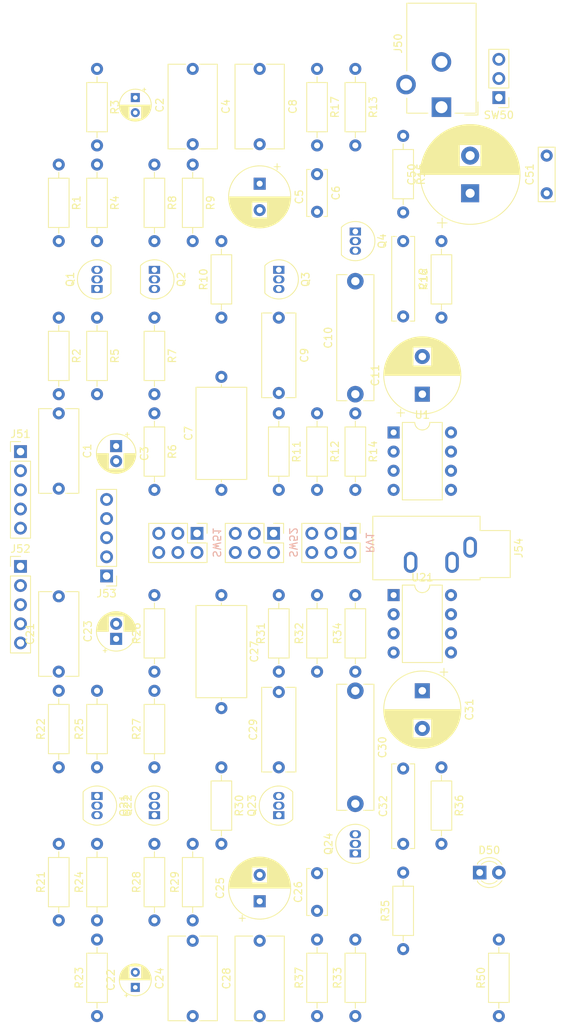
<source format=kicad_pcb>
(kicad_pcb (version 20171130) (host pcbnew "(5.1.2-1)-1")
  (layers (0 F.Cu signal) (31 B.Cu signal) (34 B.Paste user) (35 F.Paste user) (36 B.SilkS user) (37 F.SilkS user) (38 B.Mask user) (39 F.Mask user) (44 Edge.Cuts user))
  (net 0 "")
  (net 1 "Net-(C1-Pad1)")
  (net 2 "Net-(C2-Pad1)")
  (net 3 GND)
  (net 4 "Net-(C7-Pad2)")
  (net 5 "Net-(C8-Pad2)")
  (net 6 /IEC_L)
  (net 7 /SRC_L)
  (net 8 "Net-(C9-Pad1)")
  (net 9 "Net-(C10-Pad2)")
  (net 10 /REC_L)
  (net 11 "Net-(C11-Pad1)")
  (net 12 "Net-(C21-Pad1)")
  (net 13 "Net-(C22-Pad1)")
  (net 14 "Net-(C27-Pad2)")
  (net 15 "Net-(C28-Pad2)")
  (net 16 "Net-(C29-Pad1)")
  (net 17 "Net-(C30-Pad2)")
  (net 18 "Net-(C31-Pad1)")
  (net 19 +12V)
  (net 20 "Net-(Q1-Pad1)")
  (net 21 "Net-(Q21-Pad1)")
  (net 22 "Net-(C2-Pad2)")
  (net 23 "Net-(C3-Pad1)")
  (net 24 "Net-(C4-Pad2)")
  (net 25 "Net-(C22-Pad2)")
  (net 26 "Net-(C23-Pad1)")
  (net 27 "Net-(C24-Pad2)")
  (net 28 "Net-(D50-Pad2)")
  (net 29 "Net-(Q1-Pad3)")
  (net 30 "Net-(Q2-Pad1)")
  (net 31 "Net-(Q2-Pad3)")
  (net 32 "Net-(Q21-Pad3)")
  (net 33 "Net-(Q22-Pad1)")
  (net 34 "Net-(Q22-Pad3)")
  (net 35 /MD_L)
  (net 36 /MD_R)
  (net 37 /FM_R)
  (net 38 /FM_L)
  (net 39 /TAPE_R)
  (net 40 /TAPE_L)
  (net 41 /MON_L)
  (net 42 /IEC_R)
  (net 43 /SRC_R)
  (net 44 /REC_R)
  (net 45 /MON_R)
  (net 46 /LS_L)
  (net 47 /LS_R)
  (net 48 /BL)
  (net 49 /BR)
  (net 50 /IN_L)
  (net 51 /IN_R)
  (net 52 /DC_IN)
  (module Connector_Audio:Jack_3.5mm_CUI_SJ1-3533NG_Horizontal (layer F.Cu) (at 74.93 85.09 270)
    (fp_text reference J54 (at 0.1 -6.45 90) (layer F.SilkS))
    (fp_text value SPEAKERS)
    (pad R thru_hole oval (at 2 7.9 270) (size 2.8 1.8) (drill oval 2 1) (layers *.Cu *.Mask) (net 47 /LS_R))
    (pad T thru_hole oval (at 2 2.4 270) (size 2.8 1.8) (drill oval 2 1) (layers *.Cu *.Mask) (net 46 /LS_L))
    (pad S thru_hole oval (at 0 0 270) (size 2.8 1.8) (drill oval 2 1) (layers *.Cu *.Mask) (net 3 GND))
  )
  (module Connector_PinHeader_2.54mm:PinHeader_2x03_StereoPot (layer F.Cu) (at 50.8 81.28 270)
    (fp_text reference SW52 (at 3.175 -0.635 270 unlocked) (layer B.SilkS) (effects (justify mirror)))
    (fp_text value SRC/TAPE)
    (pad 1 thru_hole oval (at 1.965 7.045 270) (size 1.7 1.7) (drill 1) (layers *.Cu *.Mask) (net 10 /REC_L))
    (pad 2 thru_hole oval (at 1.965 4.505 270) (size 1.7 1.7) (drill 1) (layers *.Cu *.Mask) (net 41 /MON_L))
    (pad 5 thru_hole oval (at 4.505 4.505 270) (size 1.7 1.7) (drill 1) (layers *.Cu *.Mask) (net 45 /MON_R))
    (pad 6 thru_hole oval (at 4.505 1.965 270) (size 1.7 1.7) (drill 1) (layers *.Cu *.Mask) (net 39 /TAPE_R))
    (pad 3 thru_hole rect (at 1.965 1.965 270) (size 1.7 1.7) (drill 1) (layers *.Cu *.Mask) (net 40 /TAPE_L))
    (pad 4 thru_hole oval (at 4.505 7.045 270) (size 1.7 1.7) (drill 1) (layers *.Cu *.Mask) (net 44 /REC_R))
  )
  (module Connector_PinHeader_2.54mm:PinHeader_2x03_StereoPot (layer F.Cu) (at 40.64 81.28 270)
    (fp_text reference SW51 (at 3.175 -0.635 270 unlocked) (layer B.SilkS) (effects (justify mirror)))
    (fp_text value MD/FM)
    (pad 1 thru_hole oval (at 1.965 7.045 270) (size 1.7 1.7) (drill 1) (layers *.Cu *.Mask) (net 6 /IEC_L))
    (pad 2 thru_hole oval (at 1.965 4.505 270) (size 1.7 1.7) (drill 1) (layers *.Cu *.Mask) (net 7 /SRC_L))
    (pad 5 thru_hole oval (at 4.505 4.505 270) (size 1.7 1.7) (drill 1) (layers *.Cu *.Mask) (net 43 /SRC_R))
    (pad 6 thru_hole oval (at 4.505 1.965 270) (size 1.7 1.7) (drill 1) (layers *.Cu *.Mask) (net 37 /FM_R))
    (pad 3 thru_hole rect (at 1.965 1.965 270) (size 1.7 1.7) (drill 1) (layers *.Cu *.Mask) (net 38 /FM_L))
    (pad 4 thru_hole oval (at 4.505 7.045 270) (size 1.7 1.7) (drill 1) (layers *.Cu *.Mask) (net 42 /IEC_R))
  )
  (module Connector_PinHeader_2.54mm:PinHeader_2x03_StereoPot (layer F.Cu) (at 60.96 81.28 270)
    (fp_text reference RV1 (at 3.175 -0.635 270 unlocked) (layer B.SilkS) (effects (justify mirror)))
    (fp_text value "10K log")
    (pad 1 thru_hole oval (at 1.965 7.045 270) (size 1.7 1.7) (drill 1) (layers *.Cu *.Mask) (net 41 /MON_L))
    (pad 2 thru_hole oval (at 1.965 4.505 270) (size 1.7 1.7) (drill 1) (layers *.Cu *.Mask) (net 50 /IN_L))
    (pad 5 thru_hole oval (at 4.505 4.505 270) (size 1.7 1.7) (drill 1) (layers *.Cu *.Mask) (net 51 /IN_R))
    (pad 6 thru_hole oval (at 4.505 1.965 270) (size 1.7 1.7) (drill 1) (layers *.Cu *.Mask) (net 3 GND))
    (pad 3 thru_hole rect (at 1.965 1.965 270) (size 1.7 1.7) (drill 1) (layers *.Cu *.Mask) (net 3 GND))
    (pad 4 thru_hole oval (at 4.505 7.045 270) (size 1.7 1.7) (drill 1) (layers *.Cu *.Mask) (net 45 /MON_R))
  )
  (module Connector_PinHeader_2.54mm:PinHeader_1x03_P2.54mm_Vertical (layer F.Cu) (at 78.74 25.4 180)
    (fp_text reference SW50 (at 0 -2.33) (layer F.SilkS))
    (fp_text value POWER)
    (pad 3 thru_hole oval (at 0 5.08 180) (size 1.7 1.7) (drill 1) (layers *.Cu *.Mask) (net 52 /DC_IN))
    (pad 2 thru_hole oval (at 0 2.54 180) (size 1.7 1.7) (drill 1) (layers *.Cu *.Mask) (net 19 +12V))
    (pad 1 thru_hole rect (at 0 0 180) (size 1.7 1.7) (drill 1) (layers *.Cu *.Mask))
  )
  (module Connector_PinHeader_2.54mm:PinHeader_1x05_P2.54mm_Vertical (layer F.Cu) (at 26.67 88.9 180)
    (fp_text reference J53 (at 0 -2.33) (layer F.SilkS))
    (fp_text value TAPE)
    (pad 5 thru_hole oval (at 0 10.16 180) (size 1.7 1.7) (drill 1) (layers *.Cu *.Mask) (net 39 /TAPE_R))
    (pad 4 thru_hole oval (at 0 7.62 180) (size 1.7 1.7) (drill 1) (layers *.Cu *.Mask) (net 44 /REC_R))
    (pad 3 thru_hole oval (at 0 5.08 180) (size 1.7 1.7) (drill 1) (layers *.Cu *.Mask) (net 40 /TAPE_L))
    (pad 2 thru_hole oval (at 0 2.54 180) (size 1.7 1.7) (drill 1) (layers *.Cu *.Mask) (net 3 GND))
    (pad 1 thru_hole rect (at 0 0 180) (size 1.7 1.7) (drill 1) (layers *.Cu *.Mask) (net 10 /REC_L))
  )
  (module Connector_PinHeader_2.54mm:PinHeader_1x05_P2.54mm_Vertical (layer F.Cu) (at 15.24 87.63)
    (fp_text reference J52 (at 0 -2.33) (layer F.SilkS))
    (fp_text value RADIO)
    (pad 5 thru_hole oval (at 0 10.16) (size 1.7 1.7) (drill 1) (layers *.Cu *.Mask) (net 37 /FM_R))
    (pad 4 thru_hole oval (at 0 7.62) (size 1.7 1.7) (drill 1) (layers *.Cu *.Mask))
    (pad 3 thru_hole oval (at 0 5.08) (size 1.7 1.7) (drill 1) (layers *.Cu *.Mask) (net 38 /FM_L))
    (pad 2 thru_hole oval (at 0 2.54) (size 1.7 1.7) (drill 1) (layers *.Cu *.Mask) (net 3 GND))
    (pad 1 thru_hole rect (at 0 0) (size 1.7 1.7) (drill 1) (layers *.Cu *.Mask))
  )
  (module Connector_PinHeader_2.54mm:PinHeader_1x05_P2.54mm_Vertical (layer F.Cu) (at 15.24 72.39)
    (fp_text reference J51 (at 0 -2.33) (layer F.SilkS))
    (fp_text value PHONO)
    (pad 5 thru_hole oval (at 0 10.16) (size 1.7 1.7) (drill 1) (layers *.Cu *.Mask) (net 36 /MD_R))
    (pad 4 thru_hole oval (at 0 7.62) (size 1.7 1.7) (drill 1) (layers *.Cu *.Mask))
    (pad 3 thru_hole oval (at 0 5.08) (size 1.7 1.7) (drill 1) (layers *.Cu *.Mask) (net 35 /MD_L))
    (pad 2 thru_hole oval (at 0 2.54) (size 1.7 1.7) (drill 1) (layers *.Cu *.Mask) (net 3 GND))
    (pad 1 thru_hole rect (at 0 0) (size 1.7 1.7) (drill 1) (layers *.Cu *.Mask))
  )
  (module LED_THT:LED_D3.0mm (layer F.Cu) (at 76.2 128.27)
    (fp_text reference D50 (at 1.27 -2.96) (layer F.SilkS))
    (fp_text value LED)
    (pad 2 thru_hole circle (at 2.54 0) (size 1.8 1.8) (drill 0.9) (layers *.Cu *.Mask) (net 28 "Net-(D50-Pad2)"))
    (pad 1 thru_hole rect (at 0 0) (size 1.8 1.8) (drill 0.9) (layers *.Cu *.Mask) (net 3 GND))
  )
  (module Resistor_THT:R_Axial_DIN0207_L6.3mm_D2.5mm_P10.16mm_Horizontal (layer F.Cu) (at 78.74 147.32 90)
    (fp_text reference R50 (at 5.08 -2.37 90) (layer F.SilkS))
    (fp_text value 2K2)
    (pad 2 thru_hole oval (at 10.16 0 90) (size 1.6 1.6) (drill 0.8) (layers *.Cu *.Mask) (net 28 "Net-(D50-Pad2)"))
    (pad 1 thru_hole circle (at 0 0 90) (size 1.6 1.6) (drill 0.8) (layers *.Cu *.Mask) (net 19 +12V))
  )
  (module Resistor_THT:R_Axial_DIN0207_L6.3mm_D2.5mm_P10.16mm_Horizontal (layer F.Cu) (at 54.61 147.32 90)
    (fp_text reference R37 (at 5.08 -2.37 90) (layer F.SilkS))
    (fp_text value 680)
    (pad 2 thru_hole oval (at 10.16 0 90) (size 1.6 1.6) (drill 0.8) (layers *.Cu *.Mask) (net 13 "Net-(C22-Pad1)"))
    (pad 1 thru_hole circle (at 0 0 90) (size 1.6 1.6) (drill 0.8) (layers *.Cu *.Mask) (net 19 +12V))
  )
  (module Resistor_THT:R_Axial_DIN0207_L6.3mm_D2.5mm_P10.16mm_Horizontal (layer F.Cu) (at 71.12 114.3 270)
    (fp_text reference R36 (at 5.08 -2.37 90) (layer F.SilkS))
    (fp_text value 10)
    (pad 2 thru_hole oval (at 10.16 0 270) (size 1.6 1.6) (drill 0.8) (layers *.Cu *.Mask) (net 49 /BR))
    (pad 1 thru_hole circle (at 0 0 270) (size 1.6 1.6) (drill 0.8) (layers *.Cu *.Mask) (net 18 "Net-(C31-Pad1)"))
  )
  (module Resistor_THT:R_Axial_DIN0207_L6.3mm_D2.5mm_P10.16mm_Horizontal (layer F.Cu) (at 66.04 138.43 90)
    (fp_text reference R35 (at 5.08 -2.37 90) (layer F.SilkS))
    (fp_text value 1K)
    (pad 2 thru_hole oval (at 10.16 0 90) (size 1.6 1.6) (drill 0.8) (layers *.Cu *.Mask) (net 3 GND))
    (pad 1 thru_hole circle (at 0 0 90) (size 1.6 1.6) (drill 0.8) (layers *.Cu *.Mask) (net 17 "Net-(C30-Pad2)"))
  )
  (module Resistor_THT:R_Axial_DIN0207_L6.3mm_D2.5mm_P10.16mm_Horizontal (layer F.Cu) (at 59.69 101.6 90)
    (fp_text reference R34 (at 5.08 -2.37 90) (layer F.SilkS))
    (fp_text value 150K)
    (pad 2 thru_hole oval (at 10.16 0 90) (size 1.6 1.6) (drill 0.8) (layers *.Cu *.Mask) (net 3 GND))
    (pad 1 thru_hole circle (at 0 0 90) (size 1.6 1.6) (drill 0.8) (layers *.Cu *.Mask) (net 16 "Net-(C29-Pad1)"))
  )
  (module Resistor_THT:R_Axial_DIN0207_L6.3mm_D2.5mm_P10.16mm_Horizontal (layer F.Cu) (at 59.69 147.32 90)
    (fp_text reference R33 (at 5.08 -2.37 90) (layer F.SilkS))
    (fp_text value 150K)
    (pad 2 thru_hole oval (at 10.16 0 90) (size 1.6 1.6) (drill 0.8) (layers *.Cu *.Mask) (net 16 "Net-(C29-Pad1)"))
    (pad 1 thru_hole circle (at 0 0 90) (size 1.6 1.6) (drill 0.8) (layers *.Cu *.Mask) (net 19 +12V))
  )
  (module Resistor_THT:R_Axial_DIN0207_L6.3mm_D2.5mm_P10.16mm_Horizontal (layer F.Cu) (at 54.61 101.6 90)
    (fp_text reference R32 (at 5.08 -2.37 90) (layer F.SilkS))
    (fp_text value 1M)
    (pad 2 thru_hole oval (at 10.16 0 90) (size 1.6 1.6) (drill 0.8) (layers *.Cu *.Mask) (net 3 GND))
    (pad 1 thru_hole circle (at 0 0 90) (size 1.6 1.6) (drill 0.8) (layers *.Cu *.Mask) (net 42 /IEC_R))
  )
  (module Resistor_THT:R_Axial_DIN0207_L6.3mm_D2.5mm_P10.16mm_Horizontal (layer F.Cu) (at 49.53 101.6 90)
    (fp_text reference R31 (at 5.08 -2.37 90) (layer F.SilkS))
    (fp_text value 3K3)
    (pad 2 thru_hole oval (at 10.16 0 90) (size 1.6 1.6) (drill 0.8) (layers *.Cu *.Mask) (net 3 GND))
    (pad 1 thru_hole circle (at 0 0 90) (size 1.6 1.6) (drill 0.8) (layers *.Cu *.Mask) (net 15 "Net-(C28-Pad2)"))
  )
  (module Resistor_THT:R_Axial_DIN0207_L6.3mm_D2.5mm_P10.16mm_Horizontal (layer F.Cu) (at 41.91 114.3 270)
    (fp_text reference R30 (at 5.08 -2.37 90) (layer F.SilkS))
    (fp_text value 39K)
    (pad 2 thru_hole oval (at 10.16 0 270) (size 1.6 1.6) (drill 0.8) (layers *.Cu *.Mask) (net 33 "Net-(Q22-Pad1)"))
    (pad 1 thru_hole circle (at 0 0 270) (size 1.6 1.6) (drill 0.8) (layers *.Cu *.Mask) (net 14 "Net-(C27-Pad2)"))
  )
  (module Resistor_THT:R_Axial_DIN0207_L6.3mm_D2.5mm_P10.16mm_Horizontal (layer F.Cu) (at 38.1 134.62 90)
    (fp_text reference R29 (at 5.08 -2.37 90) (layer F.SilkS))
    (fp_text value 1K)
    (pad 2 thru_hole oval (at 10.16 0 90) (size 1.6 1.6) (drill 0.8) (layers *.Cu *.Mask) (net 33 "Net-(Q22-Pad1)"))
    (pad 1 thru_hole circle (at 0 0 90) (size 1.6 1.6) (drill 0.8) (layers *.Cu *.Mask) (net 27 "Net-(C24-Pad2)"))
  )
  (module Resistor_THT:R_Axial_DIN0207_L6.3mm_D2.5mm_P10.16mm_Horizontal (layer F.Cu) (at 33.02 134.62 90)
    (fp_text reference R28 (at 5.08 -2.37 90) (layer F.SilkS))
    (fp_text value 9K1)
    (pad 2 thru_hole oval (at 10.16 0 90) (size 1.6 1.6) (drill 0.8) (layers *.Cu *.Mask) (net 33 "Net-(Q22-Pad1)"))
    (pad 1 thru_hole circle (at 0 0 90) (size 1.6 1.6) (drill 0.8) (layers *.Cu *.Mask) (net 13 "Net-(C22-Pad1)"))
  )
  (module Resistor_THT:R_Axial_DIN0207_L6.3mm_D2.5mm_P10.16mm_Horizontal (layer F.Cu) (at 33.02 114.3 90)
    (fp_text reference R27 (at 5.08 -2.37 90) (layer F.SilkS))
    (fp_text value 330)
    (pad 2 thru_hole oval (at 10.16 0 90) (size 1.6 1.6) (drill 0.8) (layers *.Cu *.Mask) (net 26 "Net-(C23-Pad1)"))
    (pad 1 thru_hole circle (at 0 0 90) (size 1.6 1.6) (drill 0.8) (layers *.Cu *.Mask) (net 34 "Net-(Q22-Pad3)"))
  )
  (module Resistor_THT:R_Axial_DIN0207_L6.3mm_D2.5mm_P10.16mm_Horizontal (layer F.Cu) (at 33.02 101.6 90)
    (fp_text reference R26 (at 5.08 -2.37 90) (layer F.SilkS))
    (fp_text value 4K7)
    (pad 2 thru_hole oval (at 10.16 0 90) (size 1.6 1.6) (drill 0.8) (layers *.Cu *.Mask) (net 3 GND))
    (pad 1 thru_hole circle (at 0 0 90) (size 1.6 1.6) (drill 0.8) (layers *.Cu *.Mask) (net 26 "Net-(C23-Pad1)"))
  )
  (module Resistor_THT:R_Axial_DIN0207_L6.3mm_D2.5mm_P10.16mm_Horizontal (layer F.Cu) (at 25.4 114.3 90)
    (fp_text reference R25 (at 5.08 -2.37 90) (layer F.SilkS))
    (fp_text value 15K)
    (pad 2 thru_hole oval (at 10.16 0 90) (size 1.6 1.6) (drill 0.8) (layers *.Cu *.Mask) (net 3 GND))
    (pad 1 thru_hole circle (at 0 0 90) (size 1.6 1.6) (drill 0.8) (layers *.Cu *.Mask) (net 21 "Net-(Q21-Pad1)"))
  )
  (module Resistor_THT:R_Axial_DIN0207_L6.3mm_D2.5mm_P10.16mm_Horizontal (layer F.Cu) (at 25.4 134.62 90)
    (fp_text reference R24 (at 5.08 -2.37 90) (layer F.SilkS))
    (fp_text value 470)
    (pad 2 thru_hole oval (at 10.16 0 90) (size 1.6 1.6) (drill 0.8) (layers *.Cu *.Mask) (net 32 "Net-(Q21-Pad3)"))
    (pad 1 thru_hole circle (at 0 0 90) (size 1.6 1.6) (drill 0.8) (layers *.Cu *.Mask) (net 25 "Net-(C22-Pad2)"))
  )
  (module Resistor_THT:R_Axial_DIN0207_L6.3mm_D2.5mm_P10.16mm_Horizontal (layer F.Cu) (at 25.4 147.32 90)
    (fp_text reference R23 (at 5.08 -2.37 90) (layer F.SilkS))
    (fp_text value 22K)
    (pad 2 thru_hole oval (at 10.16 0 90) (size 1.6 1.6) (drill 0.8) (layers *.Cu *.Mask) (net 25 "Net-(C22-Pad2)"))
    (pad 1 thru_hole circle (at 0 0 90) (size 1.6 1.6) (drill 0.8) (layers *.Cu *.Mask) (net 13 "Net-(C22-Pad1)"))
  )
  (module Resistor_THT:R_Axial_DIN0207_L6.3mm_D2.5mm_P10.16mm_Horizontal (layer F.Cu) (at 20.32 114.3 90)
    (fp_text reference R22 (at 5.08 -2.37 90) (layer F.SilkS))
    (fp_text value 100K)
    (pad 2 thru_hole oval (at 10.16 0 90) (size 1.6 1.6) (drill 0.8) (layers *.Cu *.Mask) (net 3 GND))
    (pad 1 thru_hole circle (at 0 0 90) (size 1.6 1.6) (drill 0.8) (layers *.Cu *.Mask) (net 12 "Net-(C21-Pad1)"))
  )
  (module Resistor_THT:R_Axial_DIN0207_L6.3mm_D2.5mm_P10.16mm_Horizontal (layer F.Cu) (at 20.32 134.62 90)
    (fp_text reference R21 (at 5.08 -2.37 90) (layer F.SilkS))
    (fp_text value 100K)
    (pad 2 thru_hole oval (at 10.16 0 90) (size 1.6 1.6) (drill 0.8) (layers *.Cu *.Mask) (net 12 "Net-(C21-Pad1)"))
    (pad 1 thru_hole circle (at 0 0 90) (size 1.6 1.6) (drill 0.8) (layers *.Cu *.Mask) (net 13 "Net-(C22-Pad1)"))
  )
  (module Resistor_THT:R_Axial_DIN0207_L6.3mm_D2.5mm_P10.16mm_Horizontal (layer F.Cu) (at 54.61 21.59 270)
    (fp_text reference R17 (at 5.08 -2.37 90) (layer F.SilkS))
    (fp_text value 680)
    (pad 2 thru_hole oval (at 10.16 0 270) (size 1.6 1.6) (drill 0.8) (layers *.Cu *.Mask) (net 2 "Net-(C2-Pad1)"))
    (pad 1 thru_hole circle (at 0 0 270) (size 1.6 1.6) (drill 0.8) (layers *.Cu *.Mask) (net 19 +12V))
  )
  (module Resistor_THT:R_Axial_DIN0207_L6.3mm_D2.5mm_P10.16mm_Horizontal (layer F.Cu) (at 71.12 54.61 90)
    (fp_text reference R16 (at 5.08 -2.37 90) (layer F.SilkS))
    (fp_text value 10)
    (pad 2 thru_hole oval (at 10.16 0 90) (size 1.6 1.6) (drill 0.8) (layers *.Cu *.Mask) (net 48 /BL))
    (pad 1 thru_hole circle (at 0 0 90) (size 1.6 1.6) (drill 0.8) (layers *.Cu *.Mask) (net 11 "Net-(C11-Pad1)"))
  )
  (module Resistor_THT:R_Axial_DIN0207_L6.3mm_D2.5mm_P10.16mm_Horizontal (layer F.Cu) (at 66.04 30.48 270)
    (fp_text reference R15 (at 5.08 -2.37 90) (layer F.SilkS))
    (fp_text value 1K)
    (pad 2 thru_hole oval (at 10.16 0 270) (size 1.6 1.6) (drill 0.8) (layers *.Cu *.Mask) (net 3 GND))
    (pad 1 thru_hole circle (at 0 0 270) (size 1.6 1.6) (drill 0.8) (layers *.Cu *.Mask) (net 9 "Net-(C10-Pad2)"))
  )
  (module Resistor_THT:R_Axial_DIN0207_L6.3mm_D2.5mm_P10.16mm_Horizontal (layer F.Cu) (at 59.69 67.31 270)
    (fp_text reference R14 (at 5.08 -2.37 90) (layer F.SilkS))
    (fp_text value 150K)
    (pad 2 thru_hole oval (at 10.16 0 270) (size 1.6 1.6) (drill 0.8) (layers *.Cu *.Mask) (net 3 GND))
    (pad 1 thru_hole circle (at 0 0 270) (size 1.6 1.6) (drill 0.8) (layers *.Cu *.Mask) (net 8 "Net-(C9-Pad1)"))
  )
  (module Resistor_THT:R_Axial_DIN0207_L6.3mm_D2.5mm_P10.16mm_Horizontal (layer F.Cu) (at 59.69 21.59 270)
    (fp_text reference R13 (at 5.08 -2.37 90) (layer F.SilkS))
    (fp_text value 150K)
    (pad 2 thru_hole oval (at 10.16 0 270) (size 1.6 1.6) (drill 0.8) (layers *.Cu *.Mask) (net 8 "Net-(C9-Pad1)"))
    (pad 1 thru_hole circle (at 0 0 270) (size 1.6 1.6) (drill 0.8) (layers *.Cu *.Mask) (net 19 +12V))
  )
  (module Resistor_THT:R_Axial_DIN0207_L6.3mm_D2.5mm_P10.16mm_Horizontal (layer F.Cu) (at 54.61 67.31 270)
    (fp_text reference R12 (at 5.08 -2.37 90) (layer F.SilkS))
    (fp_text value 1M)
    (pad 2 thru_hole oval (at 10.16 0 270) (size 1.6 1.6) (drill 0.8) (layers *.Cu *.Mask) (net 3 GND))
    (pad 1 thru_hole circle (at 0 0 270) (size 1.6 1.6) (drill 0.8) (layers *.Cu *.Mask) (net 6 /IEC_L))
  )
  (module Resistor_THT:R_Axial_DIN0207_L6.3mm_D2.5mm_P10.16mm_Horizontal (layer F.Cu) (at 49.53 67.31 270)
    (fp_text reference R11 (at 5.08 -2.37 90) (layer F.SilkS))
    (fp_text value 3K3)
    (pad 2 thru_hole oval (at 10.16 0 270) (size 1.6 1.6) (drill 0.8) (layers *.Cu *.Mask) (net 3 GND))
    (pad 1 thru_hole circle (at 0 0 270) (size 1.6 1.6) (drill 0.8) (layers *.Cu *.Mask) (net 5 "Net-(C8-Pad2)"))
  )
  (module Resistor_THT:R_Axial_DIN0207_L6.3mm_D2.5mm_P10.16mm_Horizontal (layer F.Cu) (at 41.91 54.61 90)
    (fp_text reference R10 (at 5.08 -2.37 90) (layer F.SilkS))
    (fp_text value 39K)
    (pad 2 thru_hole oval (at 10.16 0 90) (size 1.6 1.6) (drill 0.8) (layers *.Cu *.Mask) (net 30 "Net-(Q2-Pad1)"))
    (pad 1 thru_hole circle (at 0 0 90) (size 1.6 1.6) (drill 0.8) (layers *.Cu *.Mask) (net 4 "Net-(C7-Pad2)"))
  )
  (module Resistor_THT:R_Axial_DIN0207_L6.3mm_D2.5mm_P10.16mm_Horizontal (layer F.Cu) (at 38.1 34.29 270)
    (fp_text reference R9 (at 5.08 -2.37 90) (layer F.SilkS))
    (fp_text value 1K)
    (pad 2 thru_hole oval (at 10.16 0 270) (size 1.6 1.6) (drill 0.8) (layers *.Cu *.Mask) (net 30 "Net-(Q2-Pad1)"))
    (pad 1 thru_hole circle (at 0 0 270) (size 1.6 1.6) (drill 0.8) (layers *.Cu *.Mask) (net 24 "Net-(C4-Pad2)"))
  )
  (module Resistor_THT:R_Axial_DIN0207_L6.3mm_D2.5mm_P10.16mm_Horizontal (layer F.Cu) (at 33.02 34.29 270)
    (fp_text reference R8 (at 5.08 -2.37 90) (layer F.SilkS))
    (fp_text value 9K1)
    (pad 2 thru_hole oval (at 10.16 0 270) (size 1.6 1.6) (drill 0.8) (layers *.Cu *.Mask) (net 30 "Net-(Q2-Pad1)"))
    (pad 1 thru_hole circle (at 0 0 270) (size 1.6 1.6) (drill 0.8) (layers *.Cu *.Mask) (net 2 "Net-(C2-Pad1)"))
  )
  (module Resistor_THT:R_Axial_DIN0207_L6.3mm_D2.5mm_P10.16mm_Horizontal (layer F.Cu) (at 33.02 54.61 270)
    (fp_text reference R7 (at 5.08 -2.37 90) (layer F.SilkS))
    (fp_text value 330)
    (pad 2 thru_hole oval (at 10.16 0 270) (size 1.6 1.6) (drill 0.8) (layers *.Cu *.Mask) (net 23 "Net-(C3-Pad1)"))
    (pad 1 thru_hole circle (at 0 0 270) (size 1.6 1.6) (drill 0.8) (layers *.Cu *.Mask) (net 31 "Net-(Q2-Pad3)"))
  )
  (module Resistor_THT:R_Axial_DIN0207_L6.3mm_D2.5mm_P10.16mm_Horizontal (layer F.Cu) (at 33.02 67.31 270)
    (fp_text reference R6 (at 5.08 -2.37 90) (layer F.SilkS))
    (fp_text value 4K7)
    (pad 2 thru_hole oval (at 10.16 0 270) (size 1.6 1.6) (drill 0.8) (layers *.Cu *.Mask) (net 3 GND))
    (pad 1 thru_hole circle (at 0 0 270) (size 1.6 1.6) (drill 0.8) (layers *.Cu *.Mask) (net 23 "Net-(C3-Pad1)"))
  )
  (module Resistor_THT:R_Axial_DIN0207_L6.3mm_D2.5mm_P10.16mm_Horizontal (layer F.Cu) (at 25.4 54.61 270)
    (fp_text reference R5 (at 5.08 -2.37 90) (layer F.SilkS))
    (fp_text value 15K)
    (pad 2 thru_hole oval (at 10.16 0 270) (size 1.6 1.6) (drill 0.8) (layers *.Cu *.Mask) (net 3 GND))
    (pad 1 thru_hole circle (at 0 0 270) (size 1.6 1.6) (drill 0.8) (layers *.Cu *.Mask) (net 20 "Net-(Q1-Pad1)"))
  )
  (module Resistor_THT:R_Axial_DIN0207_L6.3mm_D2.5mm_P10.16mm_Horizontal (layer F.Cu) (at 25.4 34.29 270)
    (fp_text reference R4 (at 5.08 -2.37 90) (layer F.SilkS))
    (fp_text value 470)
    (pad 2 thru_hole oval (at 10.16 0 270) (size 1.6 1.6) (drill 0.8) (layers *.Cu *.Mask) (net 29 "Net-(Q1-Pad3)"))
    (pad 1 thru_hole circle (at 0 0 270) (size 1.6 1.6) (drill 0.8) (layers *.Cu *.Mask) (net 22 "Net-(C2-Pad2)"))
  )
  (module Resistor_THT:R_Axial_DIN0207_L6.3mm_D2.5mm_P10.16mm_Horizontal (layer F.Cu) (at 25.4 21.59 270)
    (fp_text reference R3 (at 5.08 -2.37 90) (layer F.SilkS))
    (fp_text value 22K)
    (pad 2 thru_hole oval (at 10.16 0 270) (size 1.6 1.6) (drill 0.8) (layers *.Cu *.Mask) (net 22 "Net-(C2-Pad2)"))
    (pad 1 thru_hole circle (at 0 0 270) (size 1.6 1.6) (drill 0.8) (layers *.Cu *.Mask) (net 2 "Net-(C2-Pad1)"))
  )
  (module Resistor_THT:R_Axial_DIN0207_L6.3mm_D2.5mm_P10.16mm_Horizontal (layer F.Cu) (at 20.32 54.61 270)
    (fp_text reference R2 (at 5.08 -2.37 90) (layer F.SilkS))
    (fp_text value 100K)
    (pad 2 thru_hole oval (at 10.16 0 270) (size 1.6 1.6) (drill 0.8) (layers *.Cu *.Mask) (net 3 GND))
    (pad 1 thru_hole circle (at 0 0 270) (size 1.6 1.6) (drill 0.8) (layers *.Cu *.Mask) (net 1 "Net-(C1-Pad1)"))
  )
  (module Resistor_THT:R_Axial_DIN0207_L6.3mm_D2.5mm_P10.16mm_Horizontal (layer F.Cu) (at 20.32 34.29 270)
    (fp_text reference R1 (at 5.08 -2.37 90) (layer F.SilkS))
    (fp_text value 100K)
    (pad 2 thru_hole oval (at 10.16 0 270) (size 1.6 1.6) (drill 0.8) (layers *.Cu *.Mask) (net 1 "Net-(C1-Pad1)"))
    (pad 1 thru_hole circle (at 0 0 270) (size 1.6 1.6) (drill 0.8) (layers *.Cu *.Mask) (net 2 "Net-(C2-Pad1)"))
  )
  (module Connector_BarrelJack:BarrelJack_CUI_PJ-102AH_Horizontal (layer F.Cu) (at 71.12 26.67 180)
    (fp_text reference J50 (at 5.75 8.45 90) (layer F.SilkS))
    (fp_text value "DC 12V in")
    (pad 3 thru_hole circle (at 4.7 3 180) (size 2.6 2.6) (drill 1.6) (layers *.Cu *.Mask))
    (pad 2 thru_hole circle (at 0 6 180) (size 2.6 2.6) (drill 1.6) (layers *.Cu *.Mask) (net 52 /DC_IN))
    (pad 1 thru_hole rect (at 0 0 180) (size 2.6 2.6) (drill 1.6) (layers *.Cu *.Mask) (net 3 GND))
  )
  (module Package_DIP:DIP-8_W7.62mm (layer F.Cu) (at 64.77 91.44)
    (fp_text reference U21 (at 3.81 -2.33) (layer F.SilkS))
    (fp_text value LM386N-4)
    (pad 8 thru_hole oval (at 7.62 0) (size 1.6 1.6) (drill 0.8) (layers *.Cu *.Mask))
    (pad 4 thru_hole oval (at 0 7.62) (size 1.6 1.6) (drill 0.8) (layers *.Cu *.Mask) (net 3 GND))
    (pad 7 thru_hole oval (at 7.62 2.54) (size 1.6 1.6) (drill 0.8) (layers *.Cu *.Mask))
    (pad 3 thru_hole oval (at 0 5.08) (size 1.6 1.6) (drill 0.8) (layers *.Cu *.Mask) (net 51 /IN_R))
    (pad 6 thru_hole oval (at 7.62 5.08) (size 1.6 1.6) (drill 0.8) (layers *.Cu *.Mask) (net 19 +12V))
    (pad 2 thru_hole oval (at 0 2.54) (size 1.6 1.6) (drill 0.8) (layers *.Cu *.Mask) (net 3 GND))
    (pad 5 thru_hole oval (at 7.62 7.62) (size 1.6 1.6) (drill 0.8) (layers *.Cu *.Mask) (net 18 "Net-(C31-Pad1)"))
    (pad 1 thru_hole rect (at 0 0) (size 1.6 1.6) (drill 0.8) (layers *.Cu *.Mask))
  )
  (module Package_DIP:DIP-8_W7.62mm (layer F.Cu) (at 64.77 69.85)
    (fp_text reference U1 (at 3.81 -2.33) (layer F.SilkS))
    (fp_text value LM386N-4)
    (pad 8 thru_hole oval (at 7.62 0) (size 1.6 1.6) (drill 0.8) (layers *.Cu *.Mask))
    (pad 4 thru_hole oval (at 0 7.62) (size 1.6 1.6) (drill 0.8) (layers *.Cu *.Mask) (net 3 GND))
    (pad 7 thru_hole oval (at 7.62 2.54) (size 1.6 1.6) (drill 0.8) (layers *.Cu *.Mask))
    (pad 3 thru_hole oval (at 0 5.08) (size 1.6 1.6) (drill 0.8) (layers *.Cu *.Mask) (net 50 /IN_L))
    (pad 6 thru_hole oval (at 7.62 5.08) (size 1.6 1.6) (drill 0.8) (layers *.Cu *.Mask) (net 19 +12V))
    (pad 2 thru_hole oval (at 0 2.54) (size 1.6 1.6) (drill 0.8) (layers *.Cu *.Mask) (net 3 GND))
    (pad 5 thru_hole oval (at 7.62 7.62) (size 1.6 1.6) (drill 0.8) (layers *.Cu *.Mask) (net 11 "Net-(C11-Pad1)"))
    (pad 1 thru_hole rect (at 0 0) (size 1.6 1.6) (drill 0.8) (layers *.Cu *.Mask))
  )
  (module Package_TO_SOT_THT:TO-92_Inline (layer F.Cu) (at 59.69 125.73 90)
    (fp_text reference Q24 (at 1.27 -3.56 90) (layer F.SilkS))
    (fp_text value BC549)
    (pad 1 thru_hole rect (at 0 0 90) (size 1.05 1.5) (drill 0.75) (layers *.Cu *.Mask) (net 19 +12V))
    (pad 3 thru_hole oval (at 2.54 0 90) (size 1.05 1.5) (drill 0.75) (layers *.Cu *.Mask) (net 17 "Net-(C30-Pad2)"))
    (pad 2 thru_hole oval (at 1.27 0 90) (size 1.05 1.5) (drill 0.75) (layers *.Cu *.Mask) (net 16 "Net-(C29-Pad1)"))
  )
  (module Package_TO_SOT_THT:TO-92_Inline (layer F.Cu) (at 49.53 120.65 90)
    (fp_text reference Q23 (at 1.27 -3.56 90) (layer F.SilkS))
    (fp_text value BC549)
    (pad 1 thru_hole rect (at 0 0 90) (size 1.05 1.5) (drill 0.75) (layers *.Cu *.Mask) (net 13 "Net-(C22-Pad1)"))
    (pad 3 thru_hole oval (at 2.54 0 90) (size 1.05 1.5) (drill 0.75) (layers *.Cu *.Mask) (net 15 "Net-(C28-Pad2)"))
    (pad 2 thru_hole oval (at 1.27 0 90) (size 1.05 1.5) (drill 0.75) (layers *.Cu *.Mask) (net 14 "Net-(C27-Pad2)"))
  )
  (module Package_TO_SOT_THT:TO-92_Inline (layer F.Cu) (at 33.02 120.65 90)
    (fp_text reference Q22 (at 1.27 -3.56 90) (layer F.SilkS))
    (fp_text value BC549C)
    (pad 1 thru_hole rect (at 0 0 90) (size 1.05 1.5) (drill 0.75) (layers *.Cu *.Mask) (net 33 "Net-(Q22-Pad1)"))
    (pad 3 thru_hole oval (at 2.54 0 90) (size 1.05 1.5) (drill 0.75) (layers *.Cu *.Mask) (net 34 "Net-(Q22-Pad3)"))
    (pad 2 thru_hole oval (at 1.27 0 90) (size 1.05 1.5) (drill 0.75) (layers *.Cu *.Mask) (net 21 "Net-(Q21-Pad1)"))
  )
  (module Package_TO_SOT_THT:TO-92_Inline (layer F.Cu) (at 25.4 118.11 270)
    (fp_text reference Q21 (at 1.27 -3.56 90) (layer F.SilkS))
    (fp_text value BC559C)
    (pad 1 thru_hole rect (at 0 0 270) (size 1.05 1.5) (drill 0.75) (layers *.Cu *.Mask) (net 21 "Net-(Q21-Pad1)"))
    (pad 3 thru_hole oval (at 2.54 0 270) (size 1.05 1.5) (drill 0.75) (layers *.Cu *.Mask) (net 32 "Net-(Q21-Pad3)"))
    (pad 2 thru_hole oval (at 1.27 0 270) (size 1.05 1.5) (drill 0.75) (layers *.Cu *.Mask) (net 12 "Net-(C21-Pad1)"))
  )
  (module Package_TO_SOT_THT:TO-92_Inline (layer F.Cu) (at 59.69 43.18 270)
    (fp_text reference Q4 (at 1.27 -3.56 90) (layer F.SilkS))
    (fp_text value BC549)
    (pad 1 thru_hole rect (at 0 0 270) (size 1.05 1.5) (drill 0.75) (layers *.Cu *.Mask) (net 19 +12V))
    (pad 3 thru_hole oval (at 2.54 0 270) (size 1.05 1.5) (drill 0.75) (layers *.Cu *.Mask) (net 9 "Net-(C10-Pad2)"))
    (pad 2 thru_hole oval (at 1.27 0 270) (size 1.05 1.5) (drill 0.75) (layers *.Cu *.Mask) (net 8 "Net-(C9-Pad1)"))
  )
  (module Package_TO_SOT_THT:TO-92_Inline (layer F.Cu) (at 49.53 48.26 270)
    (fp_text reference Q3 (at 1.27 -3.56 90) (layer F.SilkS))
    (fp_text value BC549)
    (pad 1 thru_hole rect (at 0 0 270) (size 1.05 1.5) (drill 0.75) (layers *.Cu *.Mask) (net 2 "Net-(C2-Pad1)"))
    (pad 3 thru_hole oval (at 2.54 0 270) (size 1.05 1.5) (drill 0.75) (layers *.Cu *.Mask) (net 5 "Net-(C8-Pad2)"))
    (pad 2 thru_hole oval (at 1.27 0 270) (size 1.05 1.5) (drill 0.75) (layers *.Cu *.Mask) (net 4 "Net-(C7-Pad2)"))
  )
  (module Package_TO_SOT_THT:TO-92_Inline (layer F.Cu) (at 33.02 48.26 270)
    (fp_text reference Q2 (at 1.27 -3.56 90) (layer F.SilkS))
    (fp_text value BC549C)
    (pad 1 thru_hole rect (at 0 0 270) (size 1.05 1.5) (drill 0.75) (layers *.Cu *.Mask) (net 30 "Net-(Q2-Pad1)"))
    (pad 3 thru_hole oval (at 2.54 0 270) (size 1.05 1.5) (drill 0.75) (layers *.Cu *.Mask) (net 31 "Net-(Q2-Pad3)"))
    (pad 2 thru_hole oval (at 1.27 0 270) (size 1.05 1.5) (drill 0.75) (layers *.Cu *.Mask) (net 20 "Net-(Q1-Pad1)"))
  )
  (module Package_TO_SOT_THT:TO-92_Inline (layer F.Cu) (at 25.4 50.8 90)
    (fp_text reference Q1 (at 1.27 -3.56 90) (layer F.SilkS))
    (fp_text value BC559C)
    (pad 1 thru_hole rect (at 0 0 90) (size 1.05 1.5) (drill 0.75) (layers *.Cu *.Mask) (net 20 "Net-(Q1-Pad1)"))
    (pad 3 thru_hole oval (at 2.54 0 90) (size 1.05 1.5) (drill 0.75) (layers *.Cu *.Mask) (net 29 "Net-(Q1-Pad3)"))
    (pad 2 thru_hole oval (at 1.27 0 90) (size 1.05 1.5) (drill 0.75) (layers *.Cu *.Mask) (net 1 "Net-(C1-Pad1)"))
  )
  (module Capacitor_THT:C_Rect_L7.0mm_W2.0mm_P5.00mm (layer F.Cu) (at 85.09 38.1 90)
    (fp_text reference C51 (at 2.5 -2.25 90) (layer F.SilkS))
    (fp_text value 100n)
    (pad 2 thru_hole circle (at 5 0 90) (size 1.6 1.6) (drill 0.8) (layers *.Cu *.Mask) (net 3 GND))
    (pad 1 thru_hole circle (at 0 0 90) (size 1.6 1.6) (drill 0.8) (layers *.Cu *.Mask) (net 19 +12V))
  )
  (module Capacitor_THT:CP_Radial_D13.0mm_P5.00mm (layer F.Cu) (at 74.93 38.1 90)
    (fp_text reference C50 (at 2.5 -7.75 90) (layer F.SilkS))
    (fp_text value 2200µ)
    (pad 2 thru_hole circle (at 5 0 90) (size 2.4 2.4) (drill 1.2) (layers *.Cu *.Mask) (net 3 GND))
    (pad 1 thru_hole rect (at 0 0 90) (size 2.4 2.4) (drill 1.2) (layers *.Cu *.Mask) (net 19 +12V))
  )
  (module Capacitor_THT:C_Rect_L11.0mm_W2.8mm_P10.00mm_MKT (layer F.Cu) (at 66.04 124.46 90)
    (fp_text reference C32 (at 5 -2.65 90) (layer F.SilkS))
    (fp_text value 47n)
    (pad 2 thru_hole circle (at 10 0 90) (size 1.6 1.6) (drill 0.8) (layers *.Cu *.Mask) (net 3 GND))
    (pad 1 thru_hole circle (at 0 0 90) (size 1.6 1.6) (drill 0.8) (layers *.Cu *.Mask) (net 49 /BR))
  )
  (module Capacitor_THT:CP_Radial_D10.0mm_P5.00mm (layer F.Cu) (at 68.58 104.14 270)
    (fp_text reference C31 (at 2.5 -6.25 90) (layer F.SilkS))
    (fp_text value 1000µ)
    (pad 2 thru_hole circle (at 5 0 270) (size 2 2) (drill 1) (layers *.Cu *.Mask) (net 47 /LS_R))
    (pad 1 thru_hole rect (at 0 0 270) (size 2 2) (drill 1) (layers *.Cu *.Mask) (net 18 "Net-(C31-Pad1)"))
  )
  (module Capacitor_THT:C_Rect_L16.5mm_W4.7mm_P15.00mm_MKT (layer F.Cu) (at 59.69 104.14 270)
    (fp_text reference C30 (at 7.5 -3.6 90) (layer F.SilkS))
    (fp_text value 1µ)
    (pad 2 thru_hole circle (at 15 0 270) (size 2.2 2.2) (drill 1.1) (layers *.Cu *.Mask) (net 17 "Net-(C30-Pad2)"))
    (pad 1 thru_hole circle (at 0 0 270) (size 2.2 2.2) (drill 1.1) (layers *.Cu *.Mask) (net 44 /REC_R))
  )
  (module Capacitor_THT:C_Rect_L11.0mm_W4.3mm_P10.00mm_MKT (layer F.Cu) (at 49.53 114.3 90)
    (fp_text reference C29 (at 5 -3.4 90) (layer F.SilkS))
    (fp_text value 220n)
    (pad 2 thru_hole circle (at 10 0 90) (size 1.6 1.6) (drill 0.8) (layers *.Cu *.Mask) (net 43 /SRC_R))
    (pad 1 thru_hole circle (at 0 0 90) (size 1.6 1.6) (drill 0.8) (layers *.Cu *.Mask) (net 16 "Net-(C29-Pad1)"))
  )
  (module Capacitor_THT:C_Rect_L11.0mm_W6.3mm_P10.00mm_MKT (layer F.Cu) (at 46.99 147.32 90)
    (fp_text reference C28 (at 5 -4.4 90) (layer F.SilkS))
    (fp_text value 330n)
    (pad 2 thru_hole circle (at 10 0 90) (size 1.6 1.6) (drill 0.8) (layers *.Cu *.Mask) (net 15 "Net-(C28-Pad2)"))
    (pad 1 thru_hole circle (at 0 0 90) (size 1.6 1.6) (drill 0.8) (layers *.Cu *.Mask) (net 42 /IEC_R))
  )
  (module Capacitor_THT:C_Axial_L12.0mm_D6.5mm_P15.00mm_Horizontal (layer F.Cu) (at 41.91 91.44 270)
    (fp_text reference C27 (at 7.5 -4.37 90) (layer F.SilkS))
    (fp_text value 1n8+100p)
    (pad 2 thru_hole oval (at 15 0 270) (size 1.6 1.6) (drill 0.8) (layers *.Cu *.Mask) (net 14 "Net-(C27-Pad2)"))
    (pad 1 thru_hole circle (at 0 0 270) (size 1.6 1.6) (drill 0.8) (layers *.Cu *.Mask) (net 3 GND))
  )
  (module Capacitor_THT:C_Disc_D6.0mm_W2.5mm_P5.00mm (layer F.Cu) (at 54.61 133.35 90)
    (fp_text reference C26 (at 2.5 -2.5 90) (layer F.SilkS))
    (fp_text value 22n)
    (pad 2 thru_hole circle (at 5 0 90) (size 1.6 1.6) (drill 0.8) (layers *.Cu *.Mask) (net 3 GND))
    (pad 1 thru_hole circle (at 0 0 90) (size 1.6 1.6) (drill 0.8) (layers *.Cu *.Mask) (net 13 "Net-(C22-Pad1)"))
  )
  (module Capacitor_THT:CP_Radial_D8.0mm_P3.50mm (layer F.Cu) (at 46.99 132.08 90)
    (fp_text reference C25 (at 1.75 -5.25 90) (layer F.SilkS))
    (fp_text value 470µ)
    (pad 2 thru_hole circle (at 3.5 0 90) (size 1.6 1.6) (drill 0.8) (layers *.Cu *.Mask) (net 3 GND))
    (pad 1 thru_hole rect (at 0 0 90) (size 1.6 1.6) (drill 0.8) (layers *.Cu *.Mask) (net 13 "Net-(C22-Pad1)"))
  )
  (module Capacitor_THT:C_Rect_L11.0mm_W6.3mm_P10.00mm_MKT (layer F.Cu) (at 38.1 147.32 90)
    (fp_text reference C24 (at 5 -4.4 90) (layer F.SilkS))
    (fp_text value 330n)
    (pad 2 thru_hole circle (at 10 0 90) (size 1.6 1.6) (drill 0.8) (layers *.Cu *.Mask) (net 27 "Net-(C24-Pad2)"))
    (pad 1 thru_hole circle (at 0 0 90) (size 1.6 1.6) (drill 0.8) (layers *.Cu *.Mask) (net 13 "Net-(C22-Pad1)"))
  )
  (module Capacitor_THT:CP_Radial_D5.0mm_P2.00mm (layer F.Cu) (at 27.94 97.25 90)
    (fp_text reference C23 (at 1 -3.75 90) (layer F.SilkS))
    (fp_text value 3µ3)
    (pad 2 thru_hole circle (at 2 0 90) (size 1.6 1.6) (drill 0.8) (layers *.Cu *.Mask) (net 3 GND))
    (pad 1 thru_hole rect (at 0 0 90) (size 1.6 1.6) (drill 0.8) (layers *.Cu *.Mask) (net 26 "Net-(C23-Pad1)"))
  )
  (module Capacitor_THT:CP_Radial_D4.0mm_P2.00mm (layer F.Cu) (at 30.48 143.51 90)
    (fp_text reference C22 (at 1 -3.25 90) (layer F.SilkS))
    (fp_text value 1µ)
    (pad 2 thru_hole circle (at 2 0 90) (size 1.2 1.2) (drill 0.6) (layers *.Cu *.Mask) (net 25 "Net-(C22-Pad2)"))
    (pad 1 thru_hole rect (at 0 0 90) (size 1.2 1.2) (drill 0.6) (layers *.Cu *.Mask) (net 13 "Net-(C22-Pad1)"))
  )
  (module Capacitor_THT:C_Rect_L11.0mm_W5.1mm_P10.00mm_MKT (layer F.Cu) (at 20.32 101.6 90)
    (fp_text reference C21 (at 5 -3.8 90) (layer F.SilkS))
    (fp_text value 150n)
    (pad 2 thru_hole circle (at 10 0 90) (size 1.6 1.6) (drill 0.8) (layers *.Cu *.Mask) (net 36 /MD_R))
    (pad 1 thru_hole circle (at 0 0 90) (size 1.6 1.6) (drill 0.8) (layers *.Cu *.Mask) (net 12 "Net-(C21-Pad1)"))
  )
  (module Capacitor_THT:C_Rect_L11.0mm_W2.8mm_P10.00mm_MKT (layer F.Cu) (at 66.04 44.45 270)
    (fp_text reference C12 (at 5 -2.65 90) (layer F.SilkS))
    (fp_text value 47n)
    (pad 2 thru_hole circle (at 10 0 270) (size 1.6 1.6) (drill 0.8) (layers *.Cu *.Mask) (net 3 GND))
    (pad 1 thru_hole circle (at 0 0 270) (size 1.6 1.6) (drill 0.8) (layers *.Cu *.Mask) (net 48 /BL))
  )
  (module Capacitor_THT:CP_Radial_D10.0mm_P5.00mm (layer F.Cu) (at 68.58 64.77 90)
    (fp_text reference C11 (at 2.5 -6.25 90) (layer F.SilkS))
    (fp_text value 1000µ)
    (pad 2 thru_hole circle (at 5 0 90) (size 2 2) (drill 1) (layers *.Cu *.Mask) (net 46 /LS_L))
    (pad 1 thru_hole rect (at 0 0 90) (size 2 2) (drill 1) (layers *.Cu *.Mask) (net 11 "Net-(C11-Pad1)"))
  )
  (module Capacitor_THT:C_Rect_L16.5mm_W4.7mm_P15.00mm_MKT (layer F.Cu) (at 59.69 64.77 90)
    (fp_text reference C10 (at 7.5 -3.6 90) (layer F.SilkS))
    (fp_text value 1µ)
    (pad 2 thru_hole circle (at 15 0 90) (size 2.2 2.2) (drill 1.1) (layers *.Cu *.Mask) (net 9 "Net-(C10-Pad2)"))
    (pad 1 thru_hole circle (at 0 0 90) (size 2.2 2.2) (drill 1.1) (layers *.Cu *.Mask) (net 10 /REC_L))
  )
  (module Capacitor_THT:C_Rect_L11.0mm_W4.3mm_P10.00mm_MKT (layer F.Cu) (at 49.53 54.61 270)
    (fp_text reference C9 (at 5 -3.4 90) (layer F.SilkS))
    (fp_text value 220n)
    (pad 2 thru_hole circle (at 10 0 270) (size 1.6 1.6) (drill 0.8) (layers *.Cu *.Mask) (net 7 /SRC_L))
    (pad 1 thru_hole circle (at 0 0 270) (size 1.6 1.6) (drill 0.8) (layers *.Cu *.Mask) (net 8 "Net-(C9-Pad1)"))
  )
  (module Capacitor_THT:C_Rect_L11.0mm_W6.3mm_P10.00mm_MKT (layer F.Cu) (at 46.99 21.59 270)
    (fp_text reference C8 (at 5 -4.4 90) (layer F.SilkS))
    (fp_text value 330n)
    (pad 2 thru_hole circle (at 10 0 270) (size 1.6 1.6) (drill 0.8) (layers *.Cu *.Mask) (net 5 "Net-(C8-Pad2)"))
    (pad 1 thru_hole circle (at 0 0 270) (size 1.6 1.6) (drill 0.8) (layers *.Cu *.Mask) (net 6 /IEC_L))
  )
  (module Capacitor_THT:C_Axial_L12.0mm_D6.5mm_P15.00mm_Horizontal (layer F.Cu) (at 41.91 77.47 90)
    (fp_text reference C7 (at 7.5 -4.37 90) (layer F.SilkS))
    (fp_text value 1n8+100p)
    (pad 2 thru_hole oval (at 15 0 90) (size 1.6 1.6) (drill 0.8) (layers *.Cu *.Mask) (net 4 "Net-(C7-Pad2)"))
    (pad 1 thru_hole circle (at 0 0 90) (size 1.6 1.6) (drill 0.8) (layers *.Cu *.Mask) (net 3 GND))
  )
  (module Capacitor_THT:C_Disc_D6.0mm_W2.5mm_P5.00mm (layer F.Cu) (at 54.61 35.56 270)
    (fp_text reference C6 (at 2.5 -2.5 90) (layer F.SilkS))
    (fp_text value 22n)
    (pad 2 thru_hole circle (at 5 0 270) (size 1.6 1.6) (drill 0.8) (layers *.Cu *.Mask) (net 3 GND))
    (pad 1 thru_hole circle (at 0 0 270) (size 1.6 1.6) (drill 0.8) (layers *.Cu *.Mask) (net 2 "Net-(C2-Pad1)"))
  )
  (module Capacitor_THT:CP_Radial_D8.0mm_P3.50mm (layer F.Cu) (at 46.99 36.83 270)
    (fp_text reference C5 (at 1.75 -5.25 90) (layer F.SilkS))
    (fp_text value 470µ)
    (pad 2 thru_hole circle (at 3.5 0 270) (size 1.6 1.6) (drill 0.8) (layers *.Cu *.Mask) (net 3 GND))
    (pad 1 thru_hole rect (at 0 0 270) (size 1.6 1.6) (drill 0.8) (layers *.Cu *.Mask) (net 2 "Net-(C2-Pad1)"))
  )
  (module Capacitor_THT:C_Rect_L11.0mm_W6.3mm_P10.00mm_MKT (layer F.Cu) (at 38.1 21.59 270)
    (fp_text reference C4 (at 5 -4.4 90) (layer F.SilkS))
    (fp_text value 330n)
    (pad 2 thru_hole circle (at 10 0 270) (size 1.6 1.6) (drill 0.8) (layers *.Cu *.Mask) (net 24 "Net-(C4-Pad2)"))
    (pad 1 thru_hole circle (at 0 0 270) (size 1.6 1.6) (drill 0.8) (layers *.Cu *.Mask) (net 2 "Net-(C2-Pad1)"))
  )
  (module Capacitor_THT:CP_Radial_D5.0mm_P2.00mm (layer F.Cu) (at 27.94 71.66 270)
    (fp_text reference C3 (at 1 -3.75 90) (layer F.SilkS))
    (fp_text value 3µ3)
    (pad 2 thru_hole circle (at 2 0 270) (size 1.6 1.6) (drill 0.8) (layers *.Cu *.Mask) (net 3 GND))
    (pad 1 thru_hole rect (at 0 0 270) (size 1.6 1.6) (drill 0.8) (layers *.Cu *.Mask) (net 23 "Net-(C3-Pad1)"))
  )
  (module Capacitor_THT:CP_Radial_D4.0mm_P2.00mm (layer F.Cu) (at 30.48 25.4 270)
    (fp_text reference C2 (at 1 -3.25 90) (layer F.SilkS))
    (fp_text value 1µ)
    (pad 2 thru_hole circle (at 2 0 270) (size 1.2 1.2) (drill 0.6) (layers *.Cu *.Mask) (net 22 "Net-(C2-Pad2)"))
    (pad 1 thru_hole rect (at 0 0 270) (size 1.2 1.2) (drill 0.6) (layers *.Cu *.Mask) (net 2 "Net-(C2-Pad1)"))
  )
  (module Capacitor_THT:C_Rect_L11.0mm_W5.1mm_P10.00mm_MKT (layer F.Cu) (at 20.32 67.31 270)
    (fp_text reference C1 (at 5 -3.8 90) (layer F.SilkS))
    (fp_text value 150n)
    (pad 2 thru_hole circle (at 10 0 270) (size 1.6 1.6) (drill 0.8) (layers *.Cu *.Mask) (net 35 /MD_L))
    (pad 1 thru_hole circle (at 0 0 270) (size 1.6 1.6) (drill 0.8) (layers *.Cu *.Mask) (net 1 "Net-(C1-Pad1)"))
  )
)
</source>
